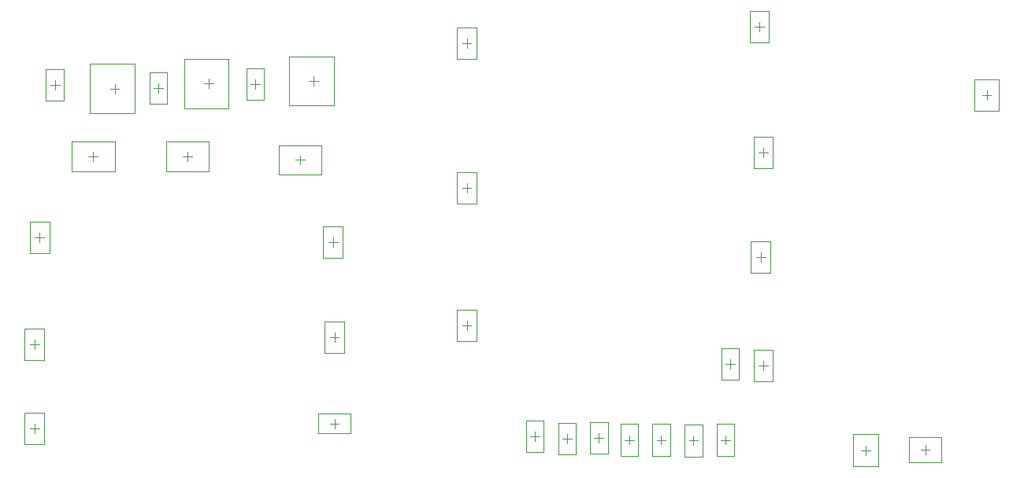
<source format=gbr>
%TF.GenerationSoftware,Altium Limited,Altium Designer,20.1.7 (139)*%
G04 Layer_Color=32768*
%FSLAX44Y44*%
%MOMM*%
%TF.SameCoordinates,E03824B4-CBBF-40F0-B96A-956E77447FB1*%
%TF.FilePolarity,Positive*%
%TF.FileFunction,Other,Mechanical_15*%
%TF.Part,Single*%
G01*
G75*
%TA.AperFunction,NonConductor*%
%ADD55C,0.1000*%
%ADD56C,0.0500*%
D55*
X831500Y953750D02*
X841500D01*
X836500Y948750D02*
Y958750D01*
X853750Y584750D02*
X863750D01*
X858750Y579750D02*
Y589750D01*
X996000Y994500D02*
X1006000D01*
X1001000Y989500D02*
Y999500D01*
X701000Y867750D02*
Y877750D01*
X696000Y872750D02*
X706000D01*
X599500Y867750D02*
Y877750D01*
X594500Y872750D02*
X604500D01*
X821750Y863750D02*
Y873750D01*
X816750Y868750D02*
X826750D01*
X768750Y950500D02*
X778750D01*
X773750Y945500D02*
Y955500D01*
X553250Y949250D02*
X563250D01*
X558250Y944250D02*
Y954250D01*
X664500Y946500D02*
X674500D01*
X669500Y941500D02*
Y951500D01*
X622500Y940500D02*
Y950500D01*
X617500Y945500D02*
X627500D01*
X723500Y946000D02*
Y956000D01*
X718500Y951000D02*
X728500D01*
X531250Y579750D02*
X541250D01*
X536250Y574750D02*
Y584750D01*
X1138000Y569500D02*
X1148000D01*
X1143000Y564500D02*
Y574500D01*
X1104000Y568750D02*
X1114000D01*
X1109000Y563750D02*
Y573750D01*
X1429500Y551000D02*
Y561000D01*
X1424500Y556000D02*
X1434500D01*
X1171000Y567250D02*
X1181000D01*
X1176000Y562250D02*
Y572250D01*
X1274000Y567250D02*
X1284000D01*
X1279000Y562250D02*
Y572250D01*
X1279250Y648750D02*
X1289250D01*
X1284250Y643750D02*
Y653750D01*
X1069000Y571000D02*
X1079000D01*
X1074000Y566000D02*
Y576000D01*
X1205000Y567250D02*
X1215000D01*
X1210000Y562250D02*
Y572250D01*
X1239750Y566500D02*
X1249750D01*
X1244750Y561500D02*
Y571500D01*
X1312000Y764250D02*
X1322000D01*
X1317000Y759250D02*
Y769250D01*
X1559750Y933500D02*
Y943500D01*
X1554750Y938500D02*
X1564750D01*
X853750Y677500D02*
X863750D01*
X858750Y672500D02*
Y682500D01*
X1488750Y556750D02*
X1498750D01*
X1493750Y551750D02*
Y561750D01*
X1314750Y647500D02*
X1324750D01*
X1319750Y642500D02*
Y652500D01*
X852250Y780000D02*
X862250D01*
X857250Y775000D02*
Y785000D01*
X996000Y690500D02*
X1006000D01*
X1001000Y685500D02*
Y695500D01*
X1310500Y1012000D02*
X1320500D01*
X1315500Y1007000D02*
Y1017000D01*
X996000Y838750D02*
X1006000D01*
X1001000Y833750D02*
Y843750D01*
X536750Y785500D02*
X546750D01*
X541750Y780500D02*
Y790500D01*
X1314750Y876750D02*
X1324750D01*
X1319750Y871750D02*
Y881750D01*
X531250Y670250D02*
X541250D01*
X536250Y665250D02*
Y675250D01*
D56*
X810000Y927250D02*
Y980250D01*
X858000Y927250D02*
Y980250D01*
X810000D02*
X858000D01*
X810000Y927250D02*
X858000D01*
X875750Y574250D02*
Y595250D01*
X841750Y574250D02*
Y595250D01*
Y574250D02*
X875750D01*
X841750Y595250D02*
X875750D01*
X990500Y977500D02*
Y1011500D01*
X1011500Y977500D02*
Y1011500D01*
X990500Y977500D02*
X1011500D01*
X990500Y1011500D02*
X1011500D01*
X678000Y856750D02*
X724000D01*
X678000Y888750D02*
X724000D01*
Y856750D02*
Y888750D01*
X678000Y856750D02*
Y888750D01*
X576500Y856750D02*
X622500D01*
X576500Y888750D02*
X622500D01*
Y856750D02*
Y888750D01*
X576500Y856750D02*
Y888750D01*
X798750Y852750D02*
X844750D01*
X798750Y884750D02*
X844750D01*
Y852750D02*
Y884750D01*
X798750Y852750D02*
Y884750D01*
X783250Y933500D02*
Y967500D01*
X764250Y933500D02*
Y967500D01*
X783250D01*
X764250Y933500D02*
X783250D01*
X567750Y932250D02*
Y966250D01*
X548750Y932250D02*
Y966250D01*
X567750D01*
X548750Y932250D02*
X567750D01*
X679000Y929500D02*
Y963500D01*
X660000Y929500D02*
Y963500D01*
X679000D01*
X660000Y929500D02*
X679000D01*
X596000Y919000D02*
X644000D01*
X596000Y972000D02*
X644000D01*
Y919000D02*
Y972000D01*
X596000Y919000D02*
Y972000D01*
X697000Y924500D02*
X745000D01*
X697000Y977500D02*
X745000D01*
Y924500D02*
Y977500D01*
X697000Y924500D02*
Y977500D01*
X546750Y562750D02*
Y596750D01*
X525750Y562750D02*
Y596750D01*
X546750D01*
X525750Y562750D02*
X546750D01*
X1133500Y552500D02*
Y586500D01*
X1152500Y552500D02*
Y586500D01*
X1133500Y552500D02*
X1152500D01*
X1133500Y586500D02*
X1152500D01*
X1099500Y551750D02*
Y585750D01*
X1118500Y551750D02*
Y585750D01*
X1099500Y551750D02*
X1118500D01*
X1099500Y585750D02*
X1118500D01*
X1416000Y538750D02*
X1443000D01*
X1416000Y573250D02*
X1443000D01*
X1416000Y538750D02*
Y573250D01*
X1443000Y538750D02*
Y573250D01*
X1166500Y550250D02*
Y584250D01*
X1185500Y550250D02*
Y584250D01*
X1166500Y550250D02*
X1185500D01*
X1166500Y584250D02*
X1185500D01*
X1269500Y550250D02*
Y584250D01*
X1288500Y550250D02*
Y584250D01*
X1269500Y550250D02*
X1288500D01*
X1269500Y584250D02*
X1288500D01*
X1274750Y631750D02*
Y665750D01*
X1293750Y631750D02*
Y665750D01*
X1274750Y631750D02*
X1293750D01*
X1274750Y665750D02*
X1293750D01*
X1064500Y554000D02*
Y588000D01*
X1083500Y554000D02*
Y588000D01*
X1064500Y554000D02*
X1083500D01*
X1064500Y588000D02*
X1083500D01*
X1200500Y550250D02*
Y584250D01*
X1219500Y550250D02*
Y584250D01*
X1200500Y550250D02*
X1219500D01*
X1200500Y584250D02*
X1219500D01*
X1235250Y549500D02*
Y583500D01*
X1254250Y549500D02*
Y583500D01*
X1235250Y549500D02*
X1254250D01*
X1235250Y583500D02*
X1254250D01*
X1327500Y747250D02*
Y781250D01*
X1306500Y747250D02*
Y781250D01*
X1327500D01*
X1306500Y747250D02*
X1327500D01*
X1546250Y921250D02*
X1573250D01*
X1546250Y955750D02*
X1573250D01*
X1546250Y921250D02*
Y955750D01*
X1573250Y921250D02*
Y955750D01*
X869250Y660500D02*
Y694500D01*
X848250Y660500D02*
Y694500D01*
X869250D01*
X848250Y660500D02*
X869250D01*
X1511000Y543250D02*
Y570250D01*
X1476500Y543250D02*
Y570250D01*
Y543250D02*
X1511000D01*
X1476500Y570250D02*
X1511000D01*
X1330250Y630500D02*
Y664500D01*
X1309250Y630500D02*
Y664500D01*
X1330250D01*
X1309250Y630500D02*
X1330250D01*
X867750Y763000D02*
Y797000D01*
X846750Y763000D02*
Y797000D01*
X867750D01*
X846750Y763000D02*
X867750D01*
X1011500Y673500D02*
Y707500D01*
X990500Y673500D02*
Y707500D01*
X1011500D01*
X990500Y673500D02*
X1011500D01*
X1305000Y995000D02*
Y1029000D01*
X1326000Y995000D02*
Y1029000D01*
X1305000Y995000D02*
X1326000D01*
X1305000Y1029000D02*
X1326000D01*
X1011500Y821750D02*
Y855750D01*
X990500Y821750D02*
Y855750D01*
X1011500D01*
X990500Y821750D02*
X1011500D01*
X552250Y768500D02*
Y802500D01*
X531250Y768500D02*
Y802500D01*
X552250D01*
X531250Y768500D02*
X552250D01*
X1330250Y859750D02*
Y893750D01*
X1309250Y859750D02*
Y893750D01*
X1330250D01*
X1309250Y859750D02*
X1330250D01*
X546750Y653250D02*
Y687250D01*
X525750Y653250D02*
Y687250D01*
X546750D01*
X525750Y653250D02*
X546750D01*
%TF.MD5,5f326ee10286c6c87fc1e889ad352ec1*%
M02*

</source>
